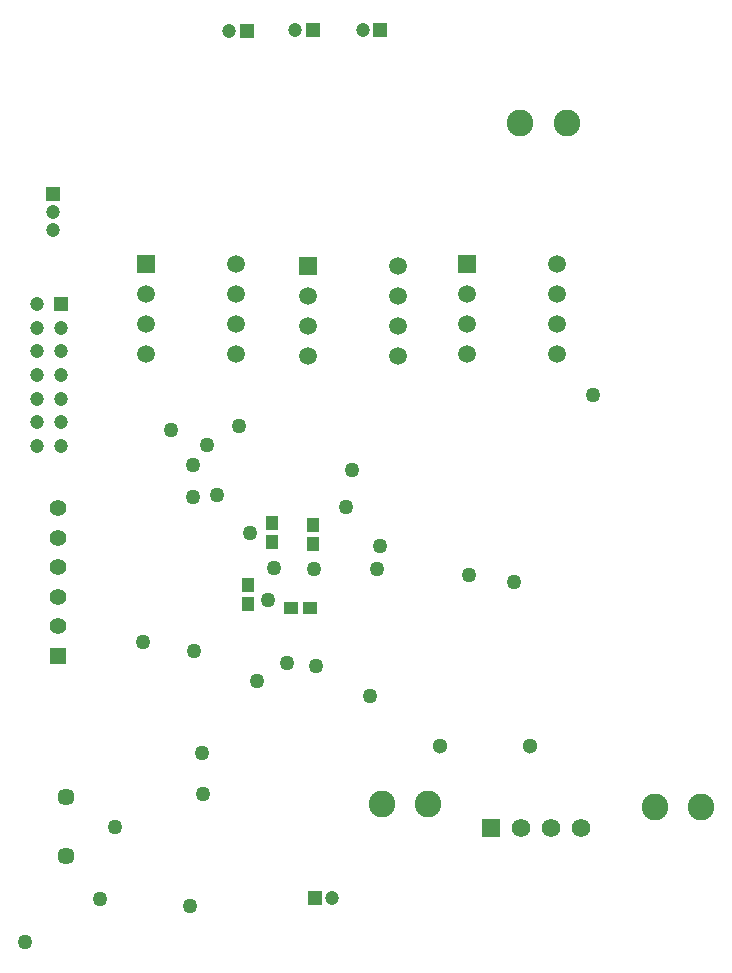
<source format=gbs>
G04*
G04 #@! TF.GenerationSoftware,Altium Limited,Altium Designer,23.10.1 (27)*
G04*
G04 Layer_Color=16711935*
%FSLAX25Y25*%
%MOIN*%
G70*
G04*
G04 #@! TF.SameCoordinates,29CFA998-7EC6-4FDD-B126-FBB6EF8C8D2F*
G04*
G04*
G04 #@! TF.FilePolarity,Negative*
G04*
G01*
G75*
%ADD19R,0.04758X0.03985*%
%ADD27R,0.03985X0.04758*%
%ADD44C,0.08900*%
%ADD45C,0.06181*%
%ADD46R,0.06181X0.06181*%
%ADD47C,0.04724*%
%ADD48R,0.04724X0.04724*%
%ADD49R,0.04724X0.04724*%
%ADD50C,0.05118*%
%ADD51R,0.05512X0.05512*%
%ADD52C,0.05512*%
%ADD53C,0.05709*%
%ADD54C,0.05906*%
%ADD55R,0.05906X0.05906*%
%ADD56C,0.05000*%
D19*
X97343Y118000D02*
D03*
X103657D02*
D03*
D27*
X83000Y119343D02*
D03*
Y125657D02*
D03*
X91000Y146157D02*
D03*
Y139843D02*
D03*
X104500Y139343D02*
D03*
Y145657D02*
D03*
D44*
X173500Y279500D02*
D03*
X189091D02*
D03*
X143000Y52500D02*
D03*
X127409D02*
D03*
X234000Y51500D02*
D03*
X218409D02*
D03*
D45*
X194000Y44500D02*
D03*
X184000D02*
D03*
X174000D02*
D03*
D46*
X164000D02*
D03*
D47*
X12626Y172004D02*
D03*
Y179878D02*
D03*
Y187752D02*
D03*
Y195626D02*
D03*
Y203500D02*
D03*
Y211374D02*
D03*
Y219248D02*
D03*
X20500Y172004D02*
D03*
Y179878D02*
D03*
Y187752D02*
D03*
Y195626D02*
D03*
Y203500D02*
D03*
Y211374D02*
D03*
X121047Y310701D02*
D03*
X110953Y21299D02*
D03*
X98547Y310701D02*
D03*
X76547Y310201D02*
D03*
X17772Y244094D02*
D03*
Y250000D02*
D03*
D48*
X20500Y219248D02*
D03*
X17772Y255906D02*
D03*
D49*
X126953Y310701D02*
D03*
X105047Y21299D02*
D03*
X104453Y310701D02*
D03*
X82453Y310201D02*
D03*
D50*
X177000Y72000D02*
D03*
X147000D02*
D03*
D51*
X19500Y102000D02*
D03*
D52*
Y111843D02*
D03*
Y121685D02*
D03*
Y131528D02*
D03*
Y141370D02*
D03*
Y151213D02*
D03*
D53*
X22130Y35221D02*
D03*
Y54905D02*
D03*
D54*
X186000Y202500D02*
D03*
Y212500D02*
D03*
Y222500D02*
D03*
Y232500D02*
D03*
X156000Y202500D02*
D03*
Y212500D02*
D03*
Y222500D02*
D03*
X133000Y222000D02*
D03*
Y212000D02*
D03*
X49000Y222500D02*
D03*
Y212500D02*
D03*
Y202500D02*
D03*
X79000Y232500D02*
D03*
Y222500D02*
D03*
Y212500D02*
D03*
Y202500D02*
D03*
X103000Y222000D02*
D03*
Y212000D02*
D03*
Y202000D02*
D03*
X133000Y232000D02*
D03*
Y202000D02*
D03*
D55*
X156000Y232500D02*
D03*
X49000D02*
D03*
X103000Y232000D02*
D03*
D56*
X63500Y18500D02*
D03*
X105000Y131000D02*
D03*
X80000Y178500D02*
D03*
X72500Y155500D02*
D03*
X171500Y126500D02*
D03*
X126000Y131000D02*
D03*
X68000Y56000D02*
D03*
X38500Y45000D02*
D03*
X48000Y106500D02*
D03*
X123500Y88500D02*
D03*
X96000Y99500D02*
D03*
X105500Y98500D02*
D03*
X64500Y155000D02*
D03*
X67500Y69500D02*
D03*
X8500Y6500D02*
D03*
X33500Y21000D02*
D03*
X89500Y120500D02*
D03*
X57199Y177149D02*
D03*
X69157Y172157D02*
D03*
X64500Y165500D02*
D03*
X83500Y143000D02*
D03*
X91500Y131223D02*
D03*
X115500Y151500D02*
D03*
X127000Y138500D02*
D03*
X117500Y164000D02*
D03*
X198000Y189000D02*
D03*
X156500Y129000D02*
D03*
X65000Y103500D02*
D03*
X86000Y93500D02*
D03*
M02*

</source>
